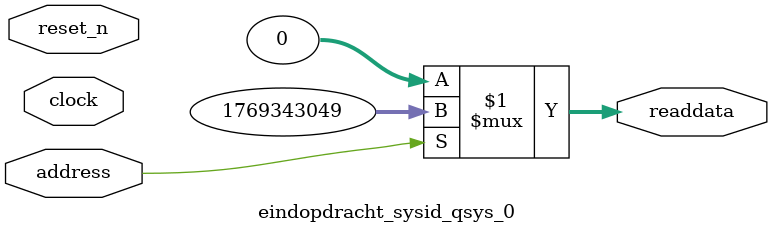
<source format=v>



// synthesis translate_off
`timescale 1ns / 1ps
// synthesis translate_on

// turn off superfluous verilog processor warnings 
// altera message_level Level1 
// altera message_off 10034 10035 10036 10037 10230 10240 10030 

module eindopdracht_sysid_qsys_0 (
               // inputs:
                address,
                clock,
                reset_n,

               // outputs:
                readdata
             )
;

  output  [ 31: 0] readdata;
  input            address;
  input            clock;
  input            reset_n;

  wire    [ 31: 0] readdata;
  //control_slave, which is an e_avalon_slave
  assign readdata = address ? 1769343049 : 0;

endmodule



</source>
